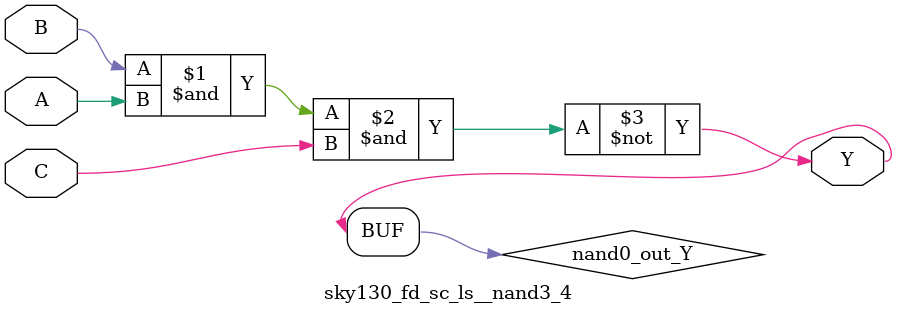
<source format=v>
/*
 * Copyright 2020 The SkyWater PDK Authors
 *
 * Licensed under the Apache License, Version 2.0 (the "License");
 * you may not use this file except in compliance with the License.
 * You may obtain a copy of the License at
 *
 *     https://www.apache.org/licenses/LICENSE-2.0
 *
 * Unless required by applicable law or agreed to in writing, software
 * distributed under the License is distributed on an "AS IS" BASIS,
 * WITHOUT WARRANTIES OR CONDITIONS OF ANY KIND, either express or implied.
 * See the License for the specific language governing permissions and
 * limitations under the License.
 *
 * SPDX-License-Identifier: Apache-2.0
*/


`ifndef SKY130_FD_SC_LS__NAND3_4_FUNCTIONAL_V
`define SKY130_FD_SC_LS__NAND3_4_FUNCTIONAL_V

/**
 * nand3: 3-input NAND.
 *
 * Verilog simulation functional model.
 */

`timescale 1ns / 1ps
`default_nettype none

`celldefine
module sky130_fd_sc_ls__nand3_4 (
    Y,
    A,
    B,
    C
);

    // Module ports
    output Y;
    input  A;
    input  B;
    input  C;

    // Local signals
    wire nand0_out_Y;

    //   Name   Output       Other arguments
    nand nand0 (nand0_out_Y, B, A, C        );
    buf  buf0  (Y          , nand0_out_Y    );

endmodule
`endcelldefine

`default_nettype wire
`endif  // SKY130_FD_SC_LS__NAND3_4_FUNCTIONAL_V

</source>
